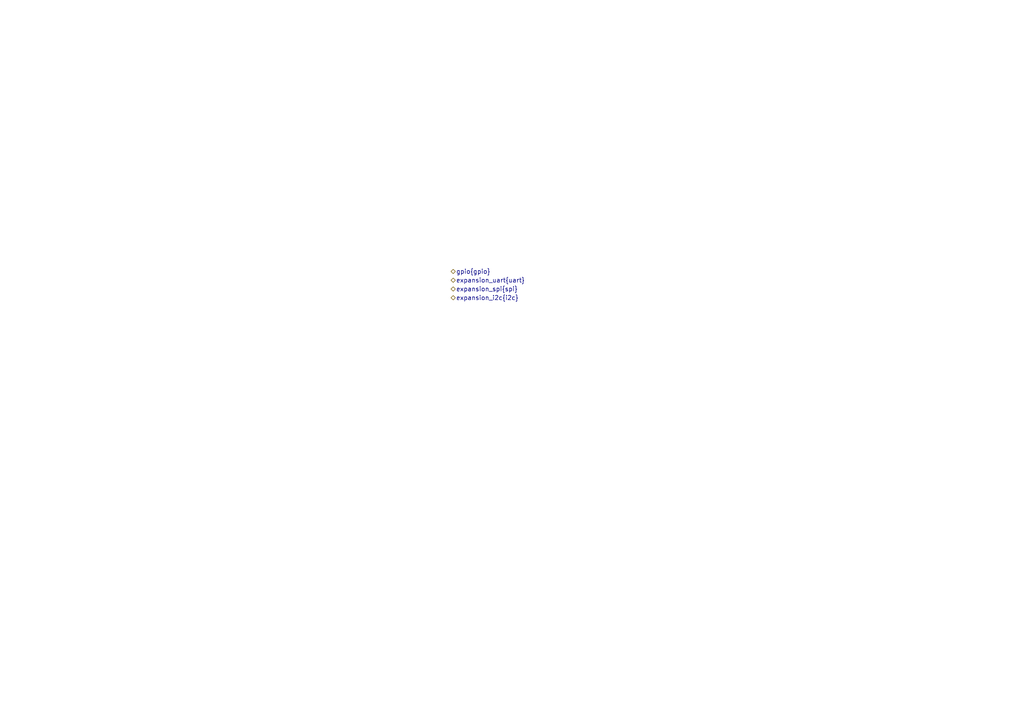
<source format=kicad_sch>
(kicad_sch
	(version 20231120)
	(generator "eeschema")
	(generator_version "8.0")
	(uuid "733ca0e7-44cd-43b7-9058-c106b9b5b11d")
	(paper "A4")
	(lib_symbols)
	(hierarchical_label "expansion_i2c{i2c}"
		(shape bidirectional)
		(at 130.81 86.36 0)
		(effects
			(font
				(size 1.27 1.27)
			)
			(justify left)
		)
		(uuid "757a084b-944f-4653-b068-420e0a1208df")
	)
	(hierarchical_label "expansion_spi{spi}"
		(shape bidirectional)
		(at 130.81 83.82 0)
		(effects
			(font
				(size 1.27 1.27)
			)
			(justify left)
		)
		(uuid "987d50f1-78d1-470d-9537-42100540fb5a")
	)
	(hierarchical_label "gpio{gpio}"
		(shape bidirectional)
		(at 130.81 78.74 0)
		(effects
			(font
				(size 1.27 1.27)
			)
			(justify left)
		)
		(uuid "d3a1ce66-9e18-43be-9cb1-6d644c771e08")
	)
	(hierarchical_label "expansion_uart{uart}"
		(shape bidirectional)
		(at 130.81 81.28 0)
		(effects
			(font
				(size 1.27 1.27)
			)
			(justify left)
		)
		(uuid "ea812297-fcd2-429a-8223-c21df0dbeedc")
	)
)

</source>
